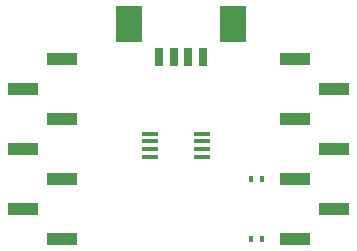
<source format=gbr>
G04 #@! TF.GenerationSoftware,KiCad,Pcbnew,(5.1.2)-2*
G04 #@! TF.CreationDate,2021-11-10T11:28:23-03:00*
G04 #@! TF.ProjectId,MAG_Plus,4d41475f-506c-4757-932e-6b696361645f,rev?*
G04 #@! TF.SameCoordinates,Original*
G04 #@! TF.FileFunction,Paste,Top*
G04 #@! TF.FilePolarity,Positive*
%FSLAX46Y46*%
G04 Gerber Fmt 4.6, Leading zero omitted, Abs format (unit mm)*
G04 Created by KiCad (PCBNEW (5.1.2)-2) date 2021-11-10 11:28:23*
%MOMM*%
%LPD*%
G04 APERTURE LIST*
%ADD10R,2.510000X1.000000*%
%ADD11R,0.800000X1.500000*%
%ADD12R,2.200000X3.100000*%
%ADD13R,0.400000X0.600000*%
%ADD14R,1.450000X0.450000*%
G04 APERTURE END LIST*
D10*
X172745000Y-172280000D03*
X172745000Y-177360000D03*
X172745000Y-182440000D03*
X172745000Y-187520000D03*
X176055000Y-174820000D03*
X176055000Y-179900000D03*
X176055000Y-184980000D03*
D11*
X164975000Y-172075000D03*
X163725000Y-172075000D03*
X162475000Y-172075000D03*
X161225000Y-172075000D03*
D12*
X167475000Y-169325000D03*
X158725000Y-169325000D03*
D10*
X149745000Y-174800000D03*
X149745000Y-179880000D03*
X149745000Y-184960000D03*
X153055000Y-172260000D03*
X153055000Y-177340000D03*
X153055000Y-182420000D03*
X153055000Y-187500000D03*
D13*
X169950000Y-187530000D03*
X169050000Y-187530000D03*
X169050000Y-182440000D03*
X169950000Y-182440000D03*
D14*
X164860000Y-180530000D03*
X164860000Y-179880000D03*
X164860000Y-179230000D03*
X164860000Y-178580000D03*
X160460000Y-178580000D03*
X160460000Y-179230000D03*
X160460000Y-179880000D03*
X160460000Y-180530000D03*
M02*

</source>
